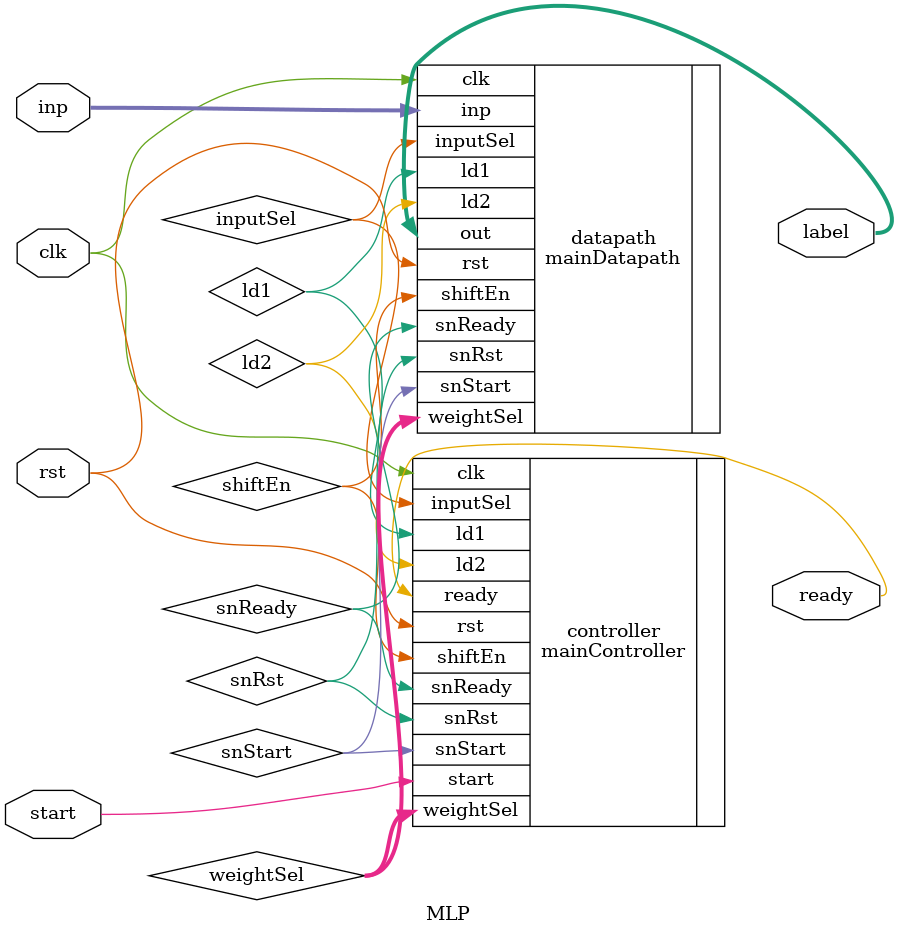
<source format=v>
module MLP(
	input[503:0]inp,
	input clk,
	input rst,
	input start,
	output[7:0] label,
	output ready);
	
	wire snRst, shiftEn, ld1, ld2;
	wire inputSel, snStart, snReady;
	wire[1:0] weightSel;

	mainDatapath datapath (
    .inp(inp), 
    .clk(clk), 
    .rst(rst), 
    .snRst(snRst), 
    .shiftEn(shiftEn), 
    .ld1(ld1), 
    .ld2(ld2), 
    .inputSel(inputSel), 
    .weightSel(weightSel), 
    .snStart(snStart), 
    .out(label), 
    .snReady(snReady)
    );

	mainController controller (
    .clk(clk), 
    .rst(rst), 
    .start(start), 
    .snReady(snReady), 
    .snRst(snRst), 
    .snStart(snStart), 
    .shiftEn(shiftEn), 
    .ld1(ld1), 
    .ld2(ld2), 
    .inputSel(inputSel), 
    .ready(ready), 
    .weightSel(weightSel)
    );

endmodule

</source>
